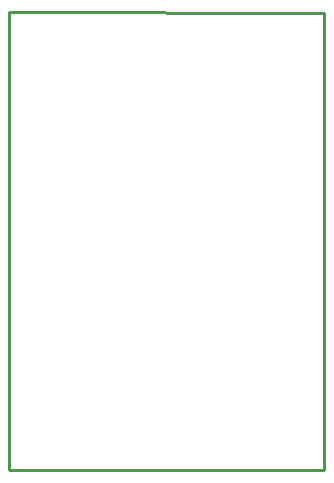
<source format=gbr>
G04 EAGLE Gerber RS-274X export*
G75*
%MOMM*%
%FSLAX34Y34*%
%LPD*%
%IN*%
%IPPOS*%
%AMOC8*
5,1,8,0,0,1.08239X$1,22.5*%
G01*
%ADD10C,0.254000*%


D10*
X0Y0D02*
X266700Y0D01*
X266700Y387250D01*
X0Y387350D01*
X0Y0D01*
M02*

</source>
